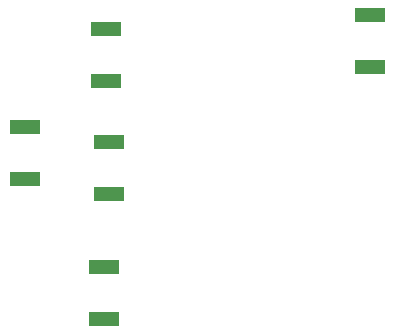
<source format=gtp>
G04*
G04 #@! TF.GenerationSoftware,Altium Limited,Altium Designer,20.2.5 (213)*
G04*
G04 Layer_Color=8421504*
%FSLAX25Y25*%
%MOIN*%
G70*
G04*
G04 #@! TF.SameCoordinates,7ED66F81-9B57-4200-B134-EA852FC3A939*
G04*
G04*
G04 #@! TF.FilePolarity,Positive*
G04*
G01*
G75*
%ADD16R,0.10236X0.04724*%
D16*
X530500Y403839D02*
D03*
Y421161D02*
D03*
X557000Y357339D02*
D03*
Y374661D02*
D03*
X558500Y398839D02*
D03*
Y416161D02*
D03*
X557500Y436677D02*
D03*
Y454000D02*
D03*
X645500Y441339D02*
D03*
Y458661D02*
D03*
M02*

</source>
